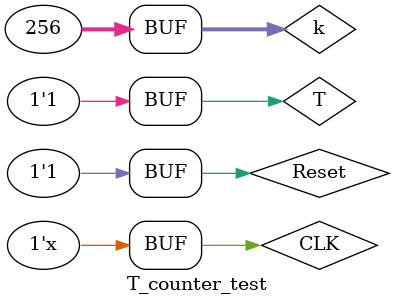
<source format=v>

`timescale 1ns / 1ps

module T_counter_test;

reg CLK;
reg Reset;
reg T;
wire [7:0] Q;
integer k;

T_counter ttul(.CLK(CLK), .Reset(Reset), .T(T), .Q(Q));

always #1 CLK = !CLK;

initial
    begin
        // Reset and no toggling
        CLK = 0; Reset = 0; T = 0;
        for(k = 0; k < 8; k = k + 1)
            #2;
 
        // Reset and toggling 
        CLK = 0; Reset = 0; T = 1;
        for(k = 0; k < 8; k = k + 1)
            #2;
        
        // No reset and no toggling
        CLK = 0; Reset = 1; T = 0;
        for(k = 0; k < 8; k = k + 1)
            #2;
        
        // No reset and toggling
        CLK = 0; Reset = 1; T = 1;
        for(k = 0; k < 256; k = k + 1)
            #2;
    end 
endmodule

</source>
